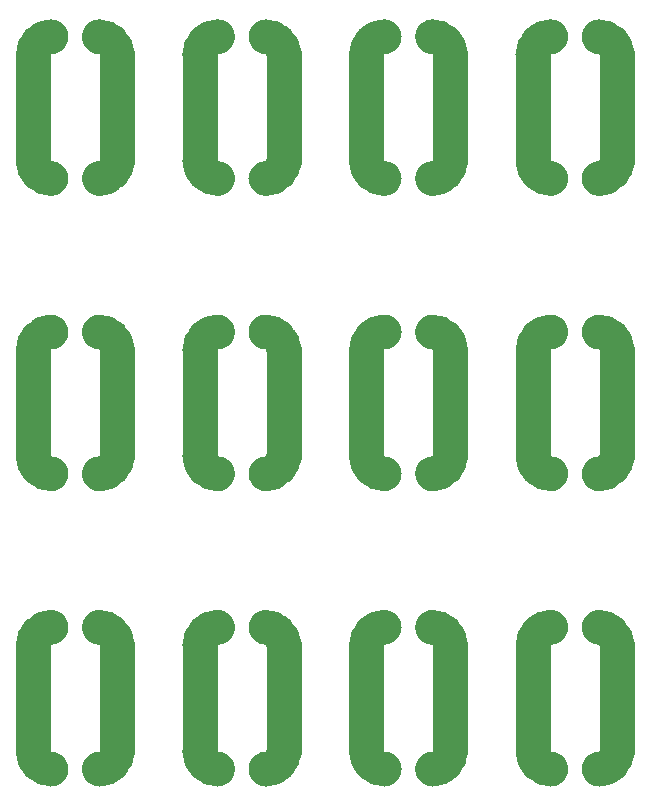
<source format=gbr>
%TF.GenerationSoftware,Altium Limited,Altium Designer,22.0.2 (36)*%
G04 Layer_Color=8388736*
%FSLAX26Y26*%
%MOIN*%
%TF.SameCoordinates,7C2B3453-B62B-4687-BB94-77A5B7653B1A*%
%TF.FilePolarity,Positive*%
%TF.FileFunction,Other,Route_Tool_Path*%
%TF.Part,CustomerPanel*%
G01*
G75*
%TA.AperFunction,NonConductor*%
%ADD35C,0.118110*%
D35*
X966615Y1177914D02*
G03*
X907559Y1236970I-59056J0D01*
G01*
X966615Y1177914D02*
G03*
X907559Y1236970I-59056J0D01*
G01*
X745945D02*
G03*
X686889Y1177914I0J-59056D01*
G01*
X745945Y1236970D02*
G03*
X686889Y1177914I0J-59056D01*
G01*
Y823504D02*
G03*
X745945Y764448I59056J0D01*
G01*
X907559D02*
G03*
X966615Y823504I0J59056D01*
G01*
X907559Y764448D02*
G03*
X966615Y823504I0J59056D01*
G01*
Y193661D02*
G03*
X907559Y252718I-59056J0D01*
G01*
X966615Y193661D02*
G03*
X907559Y252718I-59056J0D01*
G01*
X745945D02*
G03*
X686889Y193661I0J-59056D01*
G01*
Y823504D02*
G03*
X745945Y764448I59056J0D01*
G01*
Y252718D02*
G03*
X686889Y193661I0J-59056D01*
G01*
X411300Y1177914D02*
G03*
X352244Y1236970I-59056J0D01*
G01*
X411300Y1177914D02*
G03*
X352244Y1236970I-59056J0D01*
G01*
X190630D02*
G03*
X131574Y1177914I0J-59056D01*
G01*
X190630Y1236970D02*
G03*
X131574Y1177914I0J-59056D01*
G01*
Y823504D02*
G03*
X190630Y764448I59056J0D01*
G01*
X352244D02*
G03*
X411300Y823504I0J59056D01*
G01*
X352244Y764448D02*
G03*
X411300Y823504I0J59056D01*
G01*
Y193661D02*
G03*
X352244Y252718I-59056J0D01*
G01*
X411300Y193661D02*
G03*
X352244Y252718I-59056J0D01*
G01*
X131574Y823504D02*
G03*
X190630Y764448I59056J0D01*
G01*
Y252718D02*
G03*
X131574Y193661I0J-59056D01*
G01*
X190630Y252718D02*
G03*
X131574Y193661I0J-59056D01*
G01*
X907559Y-219804D02*
G03*
X966615Y-160748I0J59056D01*
G01*
Y-790591D02*
G03*
X907559Y-731534I-59056J0D01*
G01*
X966615Y-790591D02*
G03*
X907559Y-731534I-59056J0D01*
G01*
Y-219804D02*
G03*
X966615Y-160748I0J59056D01*
G01*
X686889D02*
G03*
X745945Y-219804I59056J0D01*
G01*
X686889Y-160748D02*
G03*
X745945Y-219804I59056J0D01*
G01*
Y-731534D02*
G03*
X686889Y-790591I0J-59056D01*
G01*
X745945Y-731534D02*
G03*
X686889Y-790591I0J-59056D01*
G01*
X907559Y-1204056D02*
G03*
X966615Y-1145000I0J59056D01*
G01*
X907559Y-1204056D02*
G03*
X966615Y-1145000I0J59056D01*
G01*
X686889D02*
G03*
X745945Y-1204056I59056J0D01*
G01*
X686889Y-1145000D02*
G03*
X745945Y-1204056I59056J0D01*
G01*
X352244Y-219804D02*
G03*
X411300Y-160748I0J59056D01*
G01*
Y-790591D02*
G03*
X352244Y-731534I-59056J0D01*
G01*
X411300Y-790591D02*
G03*
X352244Y-731534I-59056J0D01*
G01*
Y-219804D02*
G03*
X411300Y-160748I0J59056D01*
G01*
X131574D02*
G03*
X190630Y-219804I59056J0D01*
G01*
X131574Y-160748D02*
G03*
X190630Y-219804I59056J0D01*
G01*
Y-731534D02*
G03*
X131574Y-790591I0J-59056D01*
G01*
X190630Y-731534D02*
G03*
X131574Y-790591I0J-59056D01*
G01*
X352244Y-1204056D02*
G03*
X411300Y-1145000I0J59056D01*
G01*
X352244Y-1204056D02*
G03*
X411300Y-1145000I0J59056D01*
G01*
X131574D02*
G03*
X190630Y-1204056I59056J0D01*
G01*
X131574Y-1145000D02*
G03*
X190630Y-1204056I59056J0D01*
G01*
X-144015Y1177914D02*
G03*
X-203071Y1236970I-59056J0D01*
G01*
X-144015Y1177914D02*
G03*
X-203071Y1236970I-59056J0D01*
G01*
X-364685D02*
G03*
X-423741Y1177914I0J-59056D01*
G01*
X-364685Y1236970D02*
G03*
X-423741Y1177914I0J-59056D01*
G01*
Y823504D02*
G03*
X-364685Y764448I59056J0D01*
G01*
X-423741Y823504D02*
G03*
X-364685Y764448I59056J0D01*
G01*
X-144015Y193661D02*
G03*
X-203071Y252718I-59056J0D01*
G01*
X-144015Y193661D02*
G03*
X-203071Y252718I-59056J0D01*
G01*
Y764448D02*
G03*
X-144015Y823504I0J59056D01*
G01*
X-203071Y764448D02*
G03*
X-144015Y823504I0J59056D01*
G01*
X-364685Y252718D02*
G03*
X-423741Y193661I0J-59056D01*
G01*
X-364685Y252718D02*
G03*
X-423741Y193661I0J-59056D01*
G01*
X-699330Y1177914D02*
G03*
X-758386Y1236970I-59056J0D01*
G01*
X-699330Y1177914D02*
G03*
X-758386Y1236970I-59056J0D01*
G01*
X-920000D02*
G03*
X-979056Y1177914I0J-59056D01*
G01*
X-920000Y1236970D02*
G03*
X-979056Y1177914I0J-59056D01*
G01*
Y823504D02*
G03*
X-920000Y764448I59056J0D01*
G01*
X-758386D02*
G03*
X-699330Y823504I0J59056D01*
G01*
X-758386Y764448D02*
G03*
X-699330Y823504I0J59056D01*
G01*
Y193661D02*
G03*
X-758386Y252718I-59056J0D01*
G01*
X-699330Y193661D02*
G03*
X-758386Y252718I-59056J0D01*
G01*
X-979056Y823504D02*
G03*
X-920000Y764448I59056J0D01*
G01*
Y252718D02*
G03*
X-979056Y193661I0J-59056D01*
G01*
X-920000Y252718D02*
G03*
X-979056Y193661I0J-59056D01*
G01*
X-203071Y-219804D02*
G03*
X-144015Y-160748I0J59056D01*
G01*
X-203071Y-219804D02*
G03*
X-144015Y-160748I0J59056D01*
G01*
Y-790591D02*
G03*
X-203071Y-731534I-59056J0D01*
G01*
X-144015Y-790591D02*
G03*
X-203071Y-731534I-59056J0D01*
G01*
X-423741Y-160748D02*
G03*
X-364685Y-219804I59056J0D01*
G01*
X-758386D02*
G03*
X-699330Y-160748I0J59056D01*
G01*
X-423741D02*
G03*
X-364685Y-219804I59056J0D01*
G01*
Y-731534D02*
G03*
X-423741Y-790591I0J-59056D01*
G01*
X-364685Y-731534D02*
G03*
X-423741Y-790591I0J-59056D01*
G01*
X-203071Y-1204056D02*
G03*
X-144015Y-1145000I0J59056D01*
G01*
X-203071Y-1204056D02*
G03*
X-144015Y-1145000I0J59056D01*
G01*
X-423741D02*
G03*
X-364685Y-1204056I59056J0D01*
G01*
X-423741Y-1145000D02*
G03*
X-364685Y-1204056I59056J0D01*
G01*
X-699330Y-790591D02*
G03*
X-758386Y-731534I-59056J0D01*
G01*
X-699330Y-790591D02*
G03*
X-758386Y-731534I-59056J0D01*
G01*
Y-219804D02*
G03*
X-699330Y-160748I0J59056D01*
G01*
X-979056D02*
G03*
X-920000Y-219804I59056J0D01*
G01*
X-979056Y-160748D02*
G03*
X-920000Y-219804I59056J0D01*
G01*
Y-731534D02*
G03*
X-979056Y-790591I0J-59056D01*
G01*
X-920000Y-731534D02*
G03*
X-979056Y-790591I0J-59056D01*
G01*
X-758386Y-1204056D02*
G03*
X-699330Y-1145000I0J59056D01*
G01*
X-758386Y-1204056D02*
G03*
X-699330Y-1145000I0J59056D01*
G01*
X-979056D02*
G03*
X-920000Y-1204056I59056J0D01*
G01*
X-979056Y-1145000D02*
G03*
X-920000Y-1204056I59056J0D01*
G01*
X966615Y823504D02*
Y1177914D01*
Y-160748D02*
Y193661D01*
Y-1145000D02*
Y-790591D01*
X686889Y823504D02*
Y1177914D01*
Y-160748D02*
Y193661D01*
Y-1145000D02*
Y-790591D01*
X411300Y823504D02*
Y1177914D01*
Y-160748D02*
Y193661D01*
Y-1145000D02*
Y-790591D01*
X131574Y-160748D02*
Y193661D01*
Y823504D02*
Y1177914D01*
Y-1145000D02*
Y-790591D01*
X-144015Y823504D02*
Y1177914D01*
Y-160748D02*
Y193661D01*
Y-1145000D02*
Y-790591D01*
X-423741Y-160748D02*
Y193661D01*
Y823504D02*
Y1177914D01*
Y-1145000D02*
Y-790591D01*
X-699330Y823504D02*
Y1177914D01*
Y-160748D02*
Y193661D01*
Y-1145000D02*
Y-790591D01*
X-979056Y-160748D02*
Y193661D01*
Y823504D02*
Y1177914D01*
Y-1145000D02*
Y-790591D01*
%TF.MD5,3a4dab46fe297dbf4ce917a94e7c4178*%
M02*

</source>
